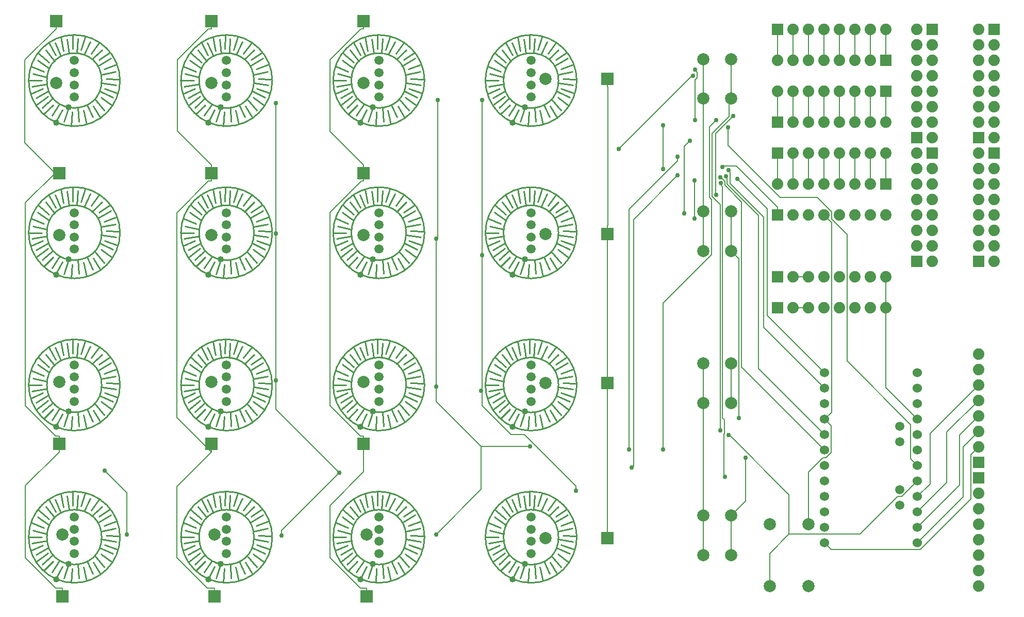
<source format=gbr>
G04 #@! TF.FileFunction,Copper,L1,Top,Signal*
%FSLAX46Y46*%
G04 Gerber Fmt 4.6, Leading zero omitted, Abs format (unit mm)*
G04 Created by KiCad (PCBNEW 4.0.4-stable) date 11/18/16 13:20:27*
%MOMM*%
%LPD*%
G01*
G04 APERTURE LIST*
%ADD10C,0.100000*%
%ADD11C,0.254000*%
%ADD12C,1.998980*%
%ADD13R,1.998980X1.998980*%
%ADD14R,1.879600X1.879600*%
%ADD15C,1.879600*%
%ADD16C,2.000000*%
%ADD17C,1.524000*%
%ADD18C,1.500000*%
%ADD19C,1.508000*%
%ADD20C,1.016000*%
%ADD21C,0.749400*%
%ADD22C,0.203200*%
G04 APERTURE END LIST*
D10*
D11*
X120760000Y-96090000D02*
X121520000Y-93720000D01*
X121990000Y-96770000D02*
X122130000Y-94480000D01*
X123250000Y-96060000D02*
X123100000Y-93760000D01*
X123970000Y-94190000D02*
X124480000Y-96470000D01*
X125520000Y-95310000D02*
X124580000Y-93310000D01*
X126780000Y-95420000D02*
X125630000Y-93470000D01*
X125840000Y-92350000D02*
X127420000Y-94220000D01*
X126870000Y-92060000D02*
X128720000Y-93400000D01*
X128810000Y-92040000D02*
X126750000Y-91050000D01*
X127450000Y-90590000D02*
X129630000Y-91350000D01*
X129340000Y-90010000D02*
X127010000Y-89660000D01*
X127710000Y-89010000D02*
X129940000Y-89080000D01*
X129260000Y-87860000D02*
X126910000Y-88320000D01*
X127380000Y-87450000D02*
X129430000Y-86670000D01*
X128480000Y-85670000D02*
X126340000Y-86920000D01*
X126560000Y-85930000D02*
X128340000Y-84730000D01*
X125400000Y-85840000D02*
X127020000Y-84290000D01*
X125280000Y-84860000D02*
X126580000Y-83110000D01*
X124070000Y-85070000D02*
X125120000Y-82940000D01*
X123620000Y-84250000D02*
X124300000Y-82130000D01*
X122930000Y-84790000D02*
X123090000Y-82430000D01*
X122230000Y-84130000D02*
X122260000Y-81840000D01*
X121640000Y-84830000D02*
X121320000Y-82490000D01*
X120680000Y-84410000D02*
X120260000Y-82170000D01*
X120320000Y-85270000D02*
X119350000Y-83100000D01*
X119450000Y-85160000D02*
X118360000Y-83130000D01*
X119230000Y-86110000D02*
X117800000Y-84290000D01*
X116580000Y-84770000D02*
X118360000Y-86330000D01*
X118400000Y-87300000D02*
X116490000Y-85960000D01*
X117480000Y-87800000D02*
X115460000Y-86960000D01*
X117990000Y-88740000D02*
X115710000Y-88200000D01*
X117130000Y-89300000D02*
X115010000Y-89300000D01*
X118020000Y-89880000D02*
X115550000Y-90290000D01*
X117320000Y-90620000D02*
X115350000Y-91480000D01*
X116220000Y-92150000D02*
X118200000Y-91040000D01*
X116260000Y-93340000D02*
X118140000Y-91890000D01*
X117260000Y-93740000D02*
X118980000Y-92180000D01*
X117490000Y-94820000D02*
X119000000Y-93300000D01*
X118840000Y-95070000D02*
X120070000Y-93210000D01*
X119470000Y-96140000D02*
X120500000Y-94080000D01*
X120760000Y-71090000D02*
X121520000Y-68720000D01*
X121990000Y-71770000D02*
X122130000Y-69480000D01*
X123250000Y-71060000D02*
X123100000Y-68760000D01*
X123970000Y-69190000D02*
X124480000Y-71470000D01*
X125520000Y-70310000D02*
X124580000Y-68310000D01*
X126780000Y-70420000D02*
X125630000Y-68470000D01*
X125840000Y-67350000D02*
X127420000Y-69220000D01*
X126870000Y-67060000D02*
X128720000Y-68400000D01*
X128810000Y-67040000D02*
X126750000Y-66050000D01*
X127450000Y-65590000D02*
X129630000Y-66350000D01*
X129340000Y-65010000D02*
X127010000Y-64660000D01*
X127710000Y-64010000D02*
X129940000Y-64080000D01*
X129260000Y-62860000D02*
X126910000Y-63320000D01*
X127380000Y-62450000D02*
X129430000Y-61670000D01*
X128480000Y-60670000D02*
X126340000Y-61920000D01*
X126560000Y-60930000D02*
X128340000Y-59730000D01*
X125400000Y-60840000D02*
X127020000Y-59290000D01*
X125280000Y-59860000D02*
X126580000Y-58110000D01*
X124070000Y-60070000D02*
X125120000Y-57940000D01*
X123620000Y-59250000D02*
X124300000Y-57130000D01*
X122930000Y-59790000D02*
X123090000Y-57430000D01*
X122230000Y-59130000D02*
X122260000Y-56840000D01*
X121640000Y-59830000D02*
X121320000Y-57490000D01*
X120680000Y-59410000D02*
X120260000Y-57170000D01*
X120320000Y-60270000D02*
X119350000Y-58100000D01*
X119450000Y-60160000D02*
X118360000Y-58130000D01*
X119230000Y-61110000D02*
X117800000Y-59290000D01*
X116580000Y-59770000D02*
X118360000Y-61330000D01*
X118400000Y-62300000D02*
X116490000Y-60960000D01*
X117480000Y-62800000D02*
X115460000Y-61960000D01*
X117990000Y-63740000D02*
X115710000Y-63200000D01*
X117130000Y-64300000D02*
X115010000Y-64300000D01*
X118020000Y-64880000D02*
X115550000Y-65290000D01*
X117320000Y-65620000D02*
X115350000Y-66480000D01*
X116220000Y-67150000D02*
X118200000Y-66040000D01*
X116260000Y-68340000D02*
X118140000Y-66890000D01*
X117260000Y-68740000D02*
X118980000Y-67180000D01*
X117490000Y-69820000D02*
X119000000Y-68300000D01*
X118840000Y-70070000D02*
X120070000Y-68210000D01*
X119470000Y-71140000D02*
X120500000Y-69080000D01*
X145760000Y-96090000D02*
X146520000Y-93720000D01*
X146990000Y-96770000D02*
X147130000Y-94480000D01*
X148250000Y-96060000D02*
X148100000Y-93760000D01*
X148970000Y-94190000D02*
X149480000Y-96470000D01*
X150520000Y-95310000D02*
X149580000Y-93310000D01*
X151780000Y-95420000D02*
X150630000Y-93470000D01*
X150840000Y-92350000D02*
X152420000Y-94220000D01*
X151870000Y-92060000D02*
X153720000Y-93400000D01*
X153810000Y-92040000D02*
X151750000Y-91050000D01*
X152450000Y-90590000D02*
X154630000Y-91350000D01*
X154340000Y-90010000D02*
X152010000Y-89660000D01*
X152710000Y-89010000D02*
X154940000Y-89080000D01*
X154260000Y-87860000D02*
X151910000Y-88320000D01*
X152380000Y-87450000D02*
X154430000Y-86670000D01*
X153480000Y-85670000D02*
X151340000Y-86920000D01*
X151560000Y-85930000D02*
X153340000Y-84730000D01*
X150400000Y-85840000D02*
X152020000Y-84290000D01*
X150280000Y-84860000D02*
X151580000Y-83110000D01*
X149070000Y-85070000D02*
X150120000Y-82940000D01*
X148620000Y-84250000D02*
X149300000Y-82130000D01*
X147930000Y-84790000D02*
X148090000Y-82430000D01*
X147230000Y-84130000D02*
X147260000Y-81840000D01*
X146640000Y-84830000D02*
X146320000Y-82490000D01*
X145680000Y-84410000D02*
X145260000Y-82170000D01*
X145320000Y-85270000D02*
X144350000Y-83100000D01*
X144450000Y-85160000D02*
X143360000Y-83130000D01*
X144230000Y-86110000D02*
X142800000Y-84290000D01*
X141580000Y-84770000D02*
X143360000Y-86330000D01*
X143400000Y-87300000D02*
X141490000Y-85960000D01*
X142480000Y-87800000D02*
X140460000Y-86960000D01*
X142990000Y-88740000D02*
X140710000Y-88200000D01*
X142130000Y-89300000D02*
X140010000Y-89300000D01*
X143020000Y-89880000D02*
X140550000Y-90290000D01*
X142320000Y-90620000D02*
X140350000Y-91480000D01*
X141220000Y-92150000D02*
X143200000Y-91040000D01*
X141260000Y-93340000D02*
X143140000Y-91890000D01*
X142260000Y-93740000D02*
X143980000Y-92180000D01*
X142490000Y-94820000D02*
X144000000Y-93300000D01*
X143840000Y-95070000D02*
X145070000Y-93210000D01*
X144470000Y-96140000D02*
X145500000Y-94080000D01*
X145760000Y-71090000D02*
X146520000Y-68720000D01*
X146990000Y-71770000D02*
X147130000Y-69480000D01*
X148250000Y-71060000D02*
X148100000Y-68760000D01*
X148970000Y-69190000D02*
X149480000Y-71470000D01*
X150520000Y-70310000D02*
X149580000Y-68310000D01*
X151780000Y-70420000D02*
X150630000Y-68470000D01*
X150840000Y-67350000D02*
X152420000Y-69220000D01*
X151870000Y-67060000D02*
X153720000Y-68400000D01*
X153810000Y-67040000D02*
X151750000Y-66050000D01*
X152450000Y-65590000D02*
X154630000Y-66350000D01*
X154340000Y-65010000D02*
X152010000Y-64660000D01*
X152710000Y-64010000D02*
X154940000Y-64080000D01*
X154260000Y-62860000D02*
X151910000Y-63320000D01*
X152380000Y-62450000D02*
X154430000Y-61670000D01*
X153480000Y-60670000D02*
X151340000Y-61920000D01*
X151560000Y-60930000D02*
X153340000Y-59730000D01*
X150400000Y-60840000D02*
X152020000Y-59290000D01*
X150280000Y-59860000D02*
X151580000Y-58110000D01*
X149070000Y-60070000D02*
X150120000Y-57940000D01*
X148620000Y-59250000D02*
X149300000Y-57130000D01*
X147930000Y-59790000D02*
X148090000Y-57430000D01*
X147230000Y-59130000D02*
X147260000Y-56840000D01*
X146640000Y-59830000D02*
X146320000Y-57490000D01*
X145680000Y-59410000D02*
X145260000Y-57170000D01*
X145320000Y-60270000D02*
X144350000Y-58100000D01*
X144450000Y-60160000D02*
X143360000Y-58130000D01*
X144230000Y-61110000D02*
X142800000Y-59290000D01*
X141580000Y-59770000D02*
X143360000Y-61330000D01*
X143400000Y-62300000D02*
X141490000Y-60960000D01*
X142480000Y-62800000D02*
X140460000Y-61960000D01*
X142990000Y-63740000D02*
X140710000Y-63200000D01*
X142130000Y-64300000D02*
X140010000Y-64300000D01*
X143020000Y-64880000D02*
X140550000Y-65290000D01*
X142320000Y-65620000D02*
X140350000Y-66480000D01*
X141220000Y-67150000D02*
X143200000Y-66040000D01*
X141260000Y-68340000D02*
X143140000Y-66890000D01*
X142260000Y-68740000D02*
X143980000Y-67180000D01*
X142490000Y-69820000D02*
X144000000Y-68300000D01*
X143840000Y-70070000D02*
X145070000Y-68210000D01*
X144470000Y-71140000D02*
X145500000Y-69080000D01*
X130000000Y-89300000D02*
G75*
G03X130000000Y-89300000I-7500000J0D01*
G01*
X126990000Y-89290000D02*
G75*
G03X126990000Y-89290000I-4500000J0D01*
G01*
X126990000Y-64290000D02*
G75*
G03X126990000Y-64290000I-4500000J0D01*
G01*
X129999800Y-64300000D02*
G75*
G03X129999800Y-64300000I-7499800J0D01*
G01*
X152000600Y-89300000D02*
G75*
G03X152000600Y-89300000I-4510600J0D01*
G01*
X154999800Y-89300000D02*
G75*
G03X154999800Y-89300000I-7499800J0D01*
G01*
X152000600Y-64300000D02*
G75*
G03X152000600Y-64300000I-4510600J0D01*
G01*
X154999800Y-64300000D02*
G75*
G03X154999800Y-64300000I-7499800J0D01*
G01*
X120760000Y-146090000D02*
X121520000Y-143720000D01*
X121990000Y-146770000D02*
X122130000Y-144480000D01*
X123250000Y-146060000D02*
X123100000Y-143760000D01*
X123970000Y-144190000D02*
X124480000Y-146470000D01*
X125520000Y-145310000D02*
X124580000Y-143310000D01*
X126780000Y-145420000D02*
X125630000Y-143470000D01*
X125840000Y-142350000D02*
X127420000Y-144220000D01*
X126870000Y-142060000D02*
X128720000Y-143400000D01*
X128810000Y-142040000D02*
X126750000Y-141050000D01*
X127450000Y-140590000D02*
X129630000Y-141350000D01*
X129340000Y-140010000D02*
X127010000Y-139660000D01*
X127710000Y-139010000D02*
X129940000Y-139080000D01*
X129260000Y-137860000D02*
X126910000Y-138320000D01*
X127380000Y-137450000D02*
X129430000Y-136670000D01*
X128480000Y-135670000D02*
X126340000Y-136920000D01*
X126560000Y-135930000D02*
X128340000Y-134730000D01*
X125400000Y-135840000D02*
X127020000Y-134290000D01*
X125280000Y-134860000D02*
X126580000Y-133110000D01*
X124070000Y-135070000D02*
X125120000Y-132940000D01*
X123620000Y-134250000D02*
X124300000Y-132130000D01*
X122930000Y-134790000D02*
X123090000Y-132430000D01*
X122230000Y-134130000D02*
X122260000Y-131840000D01*
X121640000Y-134830000D02*
X121320000Y-132490000D01*
X120680000Y-134410000D02*
X120260000Y-132170000D01*
X120320000Y-135270000D02*
X119350000Y-133100000D01*
X119450000Y-135160000D02*
X118360000Y-133130000D01*
X119230000Y-136110000D02*
X117800000Y-134290000D01*
X116580000Y-134770000D02*
X118360000Y-136330000D01*
X118400000Y-137300000D02*
X116490000Y-135960000D01*
X117480000Y-137800000D02*
X115460000Y-136960000D01*
X117990000Y-138740000D02*
X115710000Y-138200000D01*
X117130000Y-139300000D02*
X115010000Y-139300000D01*
X118020000Y-139880000D02*
X115550000Y-140290000D01*
X117320000Y-140620000D02*
X115350000Y-141480000D01*
X116220000Y-142150000D02*
X118200000Y-141040000D01*
X116260000Y-143340000D02*
X118140000Y-141890000D01*
X117260000Y-143740000D02*
X118980000Y-142180000D01*
X117490000Y-144820000D02*
X119000000Y-143300000D01*
X118840000Y-145070000D02*
X120070000Y-143210000D01*
X119470000Y-146140000D02*
X120500000Y-144080000D01*
X120760000Y-121090000D02*
X121520000Y-118720000D01*
X121990000Y-121770000D02*
X122130000Y-119480000D01*
X123250000Y-121060000D02*
X123100000Y-118760000D01*
X123970000Y-119190000D02*
X124480000Y-121470000D01*
X125520000Y-120310000D02*
X124580000Y-118310000D01*
X126780000Y-120420000D02*
X125630000Y-118470000D01*
X125840000Y-117350000D02*
X127420000Y-119220000D01*
X126870000Y-117060000D02*
X128720000Y-118400000D01*
X128810000Y-117040000D02*
X126750000Y-116050000D01*
X127450000Y-115590000D02*
X129630000Y-116350000D01*
X129340000Y-115010000D02*
X127010000Y-114660000D01*
X127710000Y-114010000D02*
X129940000Y-114080000D01*
X129260000Y-112860000D02*
X126910000Y-113320000D01*
X127380000Y-112450000D02*
X129430000Y-111670000D01*
X128480000Y-110670000D02*
X126340000Y-111920000D01*
X126560000Y-110930000D02*
X128340000Y-109730000D01*
X125400000Y-110840000D02*
X127020000Y-109290000D01*
X125280000Y-109860000D02*
X126580000Y-108110000D01*
X124070000Y-110070000D02*
X125120000Y-107940000D01*
X123620000Y-109250000D02*
X124300000Y-107130000D01*
X122930000Y-109790000D02*
X123090000Y-107430000D01*
X122230000Y-109130000D02*
X122260000Y-106840000D01*
X121640000Y-109830000D02*
X121320000Y-107490000D01*
X120680000Y-109410000D02*
X120260000Y-107170000D01*
X120320000Y-110270000D02*
X119350000Y-108100000D01*
X119450000Y-110160000D02*
X118360000Y-108130000D01*
X119230000Y-111110000D02*
X117800000Y-109290000D01*
X116580000Y-109770000D02*
X118360000Y-111330000D01*
X118400000Y-112300000D02*
X116490000Y-110960000D01*
X117480000Y-112800000D02*
X115460000Y-111960000D01*
X117990000Y-113740000D02*
X115710000Y-113200000D01*
X117130000Y-114300000D02*
X115010000Y-114300000D01*
X118020000Y-114880000D02*
X115550000Y-115290000D01*
X117320000Y-115620000D02*
X115350000Y-116480000D01*
X116220000Y-117150000D02*
X118200000Y-116040000D01*
X116260000Y-118340000D02*
X118140000Y-116890000D01*
X117260000Y-118740000D02*
X118980000Y-117180000D01*
X117490000Y-119820000D02*
X119000000Y-118300000D01*
X118840000Y-120070000D02*
X120070000Y-118210000D01*
X119470000Y-121140000D02*
X120500000Y-119080000D01*
X145760000Y-146090000D02*
X146520000Y-143720000D01*
X146990000Y-146770000D02*
X147130000Y-144480000D01*
X148250000Y-146060000D02*
X148100000Y-143760000D01*
X148970000Y-144190000D02*
X149480000Y-146470000D01*
X150520000Y-145310000D02*
X149580000Y-143310000D01*
X151780000Y-145420000D02*
X150630000Y-143470000D01*
X150840000Y-142350000D02*
X152420000Y-144220000D01*
X151870000Y-142060000D02*
X153720000Y-143400000D01*
X153810000Y-142040000D02*
X151750000Y-141050000D01*
X152450000Y-140590000D02*
X154630000Y-141350000D01*
X154340000Y-140010000D02*
X152010000Y-139660000D01*
X152710000Y-139010000D02*
X154940000Y-139080000D01*
X154260000Y-137860000D02*
X151910000Y-138320000D01*
X152380000Y-137450000D02*
X154430000Y-136670000D01*
X153480000Y-135670000D02*
X151340000Y-136920000D01*
X151560000Y-135930000D02*
X153340000Y-134730000D01*
X150400000Y-135840000D02*
X152020000Y-134290000D01*
X150280000Y-134860000D02*
X151580000Y-133110000D01*
X149070000Y-135070000D02*
X150120000Y-132940000D01*
X148620000Y-134250000D02*
X149300000Y-132130000D01*
X147930000Y-134790000D02*
X148090000Y-132430000D01*
X147230000Y-134130000D02*
X147260000Y-131840000D01*
X146640000Y-134830000D02*
X146320000Y-132490000D01*
X145680000Y-134410000D02*
X145260000Y-132170000D01*
X145320000Y-135270000D02*
X144350000Y-133100000D01*
X144450000Y-135160000D02*
X143360000Y-133130000D01*
X144230000Y-136110000D02*
X142800000Y-134290000D01*
X141580000Y-134770000D02*
X143360000Y-136330000D01*
X143400000Y-137300000D02*
X141490000Y-135960000D01*
X142480000Y-137800000D02*
X140460000Y-136960000D01*
X142990000Y-138740000D02*
X140710000Y-138200000D01*
X142130000Y-139300000D02*
X140010000Y-139300000D01*
X143020000Y-139880000D02*
X140550000Y-140290000D01*
X142320000Y-140620000D02*
X140350000Y-141480000D01*
X141220000Y-142150000D02*
X143200000Y-141040000D01*
X141260000Y-143340000D02*
X143140000Y-141890000D01*
X142260000Y-143740000D02*
X143980000Y-142180000D01*
X142490000Y-144820000D02*
X144000000Y-143300000D01*
X143840000Y-145070000D02*
X145070000Y-143210000D01*
X144470000Y-146140000D02*
X145500000Y-144080000D01*
X145760000Y-121090000D02*
X146520000Y-118720000D01*
X146990000Y-121770000D02*
X147130000Y-119480000D01*
X148250000Y-121060000D02*
X148100000Y-118760000D01*
X148970000Y-119190000D02*
X149480000Y-121470000D01*
X150520000Y-120310000D02*
X149580000Y-118310000D01*
X151780000Y-120420000D02*
X150630000Y-118470000D01*
X150840000Y-117350000D02*
X152420000Y-119220000D01*
X151870000Y-117060000D02*
X153720000Y-118400000D01*
X153810000Y-117040000D02*
X151750000Y-116050000D01*
X152450000Y-115590000D02*
X154630000Y-116350000D01*
X154340000Y-115010000D02*
X152010000Y-114660000D01*
X152710000Y-114010000D02*
X154940000Y-114080000D01*
X154260000Y-112860000D02*
X151910000Y-113320000D01*
X152380000Y-112450000D02*
X154430000Y-111670000D01*
X153480000Y-110670000D02*
X151340000Y-111920000D01*
X151560000Y-110930000D02*
X153340000Y-109730000D01*
X150400000Y-110840000D02*
X152020000Y-109290000D01*
X150280000Y-109860000D02*
X151580000Y-108110000D01*
X149070000Y-110070000D02*
X150120000Y-107940000D01*
X148620000Y-109250000D02*
X149300000Y-107130000D01*
X147930000Y-109790000D02*
X148090000Y-107430000D01*
X147230000Y-109130000D02*
X147260000Y-106840000D01*
X146640000Y-109830000D02*
X146320000Y-107490000D01*
X145680000Y-109410000D02*
X145260000Y-107170000D01*
X145320000Y-110270000D02*
X144350000Y-108100000D01*
X144450000Y-110160000D02*
X143360000Y-108130000D01*
X144230000Y-111110000D02*
X142800000Y-109290000D01*
X141580000Y-109770000D02*
X143360000Y-111330000D01*
X143400000Y-112300000D02*
X141490000Y-110960000D01*
X142480000Y-112800000D02*
X140460000Y-111960000D01*
X142990000Y-113740000D02*
X140710000Y-113200000D01*
X142130000Y-114300000D02*
X140010000Y-114300000D01*
X143020000Y-114880000D02*
X140550000Y-115290000D01*
X142320000Y-115620000D02*
X140350000Y-116480000D01*
X141220000Y-117150000D02*
X143200000Y-116040000D01*
X141260000Y-118340000D02*
X143140000Y-116890000D01*
X142260000Y-118740000D02*
X143980000Y-117180000D01*
X142490000Y-119820000D02*
X144000000Y-118300000D01*
X143840000Y-120070000D02*
X145070000Y-118210000D01*
X144470000Y-121140000D02*
X145500000Y-119080000D01*
X130000000Y-139300000D02*
G75*
G03X130000000Y-139300000I-7500000J0D01*
G01*
X126990000Y-139290000D02*
G75*
G03X126990000Y-139290000I-4500000J0D01*
G01*
X126990000Y-114290000D02*
G75*
G03X126990000Y-114290000I-4500000J0D01*
G01*
X129999800Y-114300000D02*
G75*
G03X129999800Y-114300000I-7499800J0D01*
G01*
X152000600Y-139300000D02*
G75*
G03X152000600Y-139300000I-4510600J0D01*
G01*
X154999800Y-139300000D02*
G75*
G03X154999800Y-139300000I-7499800J0D01*
G01*
X152000600Y-114300000D02*
G75*
G03X152000600Y-114300000I-4510600J0D01*
G01*
X154999800Y-114300000D02*
G75*
G03X154999800Y-114300000I-7499800J0D01*
G01*
X70760000Y-146090000D02*
X71520000Y-143720000D01*
X71990000Y-146770000D02*
X72130000Y-144480000D01*
X73250000Y-146060000D02*
X73100000Y-143760000D01*
X73970000Y-144190000D02*
X74480000Y-146470000D01*
X75520000Y-145310000D02*
X74580000Y-143310000D01*
X76780000Y-145420000D02*
X75630000Y-143470000D01*
X75840000Y-142350000D02*
X77420000Y-144220000D01*
X76870000Y-142060000D02*
X78720000Y-143400000D01*
X78810000Y-142040000D02*
X76750000Y-141050000D01*
X77450000Y-140590000D02*
X79630000Y-141350000D01*
X79340000Y-140010000D02*
X77010000Y-139660000D01*
X77710000Y-139010000D02*
X79940000Y-139080000D01*
X79260000Y-137860000D02*
X76910000Y-138320000D01*
X77380000Y-137450000D02*
X79430000Y-136670000D01*
X78480000Y-135670000D02*
X76340000Y-136920000D01*
X76560000Y-135930000D02*
X78340000Y-134730000D01*
X75400000Y-135840000D02*
X77020000Y-134290000D01*
X75280000Y-134860000D02*
X76580000Y-133110000D01*
X74070000Y-135070000D02*
X75120000Y-132940000D01*
X73620000Y-134250000D02*
X74300000Y-132130000D01*
X72930000Y-134790000D02*
X73090000Y-132430000D01*
X72230000Y-134130000D02*
X72260000Y-131840000D01*
X71640000Y-134830000D02*
X71320000Y-132490000D01*
X70680000Y-134410000D02*
X70260000Y-132170000D01*
X70320000Y-135270000D02*
X69350000Y-133100000D01*
X69450000Y-135160000D02*
X68360000Y-133130000D01*
X69230000Y-136110000D02*
X67800000Y-134290000D01*
X66580000Y-134770000D02*
X68360000Y-136330000D01*
X68400000Y-137300000D02*
X66490000Y-135960000D01*
X67480000Y-137800000D02*
X65460000Y-136960000D01*
X67990000Y-138740000D02*
X65710000Y-138200000D01*
X67130000Y-139300000D02*
X65010000Y-139300000D01*
X68020000Y-139880000D02*
X65550000Y-140290000D01*
X67320000Y-140620000D02*
X65350000Y-141480000D01*
X66220000Y-142150000D02*
X68200000Y-141040000D01*
X66260000Y-143340000D02*
X68140000Y-141890000D01*
X67260000Y-143740000D02*
X68980000Y-142180000D01*
X67490000Y-144820000D02*
X69000000Y-143300000D01*
X68840000Y-145070000D02*
X70070000Y-143210000D01*
X69470000Y-146140000D02*
X70500000Y-144080000D01*
X70760000Y-121090000D02*
X71520000Y-118720000D01*
X71990000Y-121770000D02*
X72130000Y-119480000D01*
X73250000Y-121060000D02*
X73100000Y-118760000D01*
X73970000Y-119190000D02*
X74480000Y-121470000D01*
X75520000Y-120310000D02*
X74580000Y-118310000D01*
X76780000Y-120420000D02*
X75630000Y-118470000D01*
X75840000Y-117350000D02*
X77420000Y-119220000D01*
X76870000Y-117060000D02*
X78720000Y-118400000D01*
X78810000Y-117040000D02*
X76750000Y-116050000D01*
X77450000Y-115590000D02*
X79630000Y-116350000D01*
X79340000Y-115010000D02*
X77010000Y-114660000D01*
X77710000Y-114010000D02*
X79940000Y-114080000D01*
X79260000Y-112860000D02*
X76910000Y-113320000D01*
X77380000Y-112450000D02*
X79430000Y-111670000D01*
X78480000Y-110670000D02*
X76340000Y-111920000D01*
X76560000Y-110930000D02*
X78340000Y-109730000D01*
X75400000Y-110840000D02*
X77020000Y-109290000D01*
X75280000Y-109860000D02*
X76580000Y-108110000D01*
X74070000Y-110070000D02*
X75120000Y-107940000D01*
X73620000Y-109250000D02*
X74300000Y-107130000D01*
X72930000Y-109790000D02*
X73090000Y-107430000D01*
X72230000Y-109130000D02*
X72260000Y-106840000D01*
X71640000Y-109830000D02*
X71320000Y-107490000D01*
X70680000Y-109410000D02*
X70260000Y-107170000D01*
X70320000Y-110270000D02*
X69350000Y-108100000D01*
X69450000Y-110160000D02*
X68360000Y-108130000D01*
X69230000Y-111110000D02*
X67800000Y-109290000D01*
X66580000Y-109770000D02*
X68360000Y-111330000D01*
X68400000Y-112300000D02*
X66490000Y-110960000D01*
X67480000Y-112800000D02*
X65460000Y-111960000D01*
X67990000Y-113740000D02*
X65710000Y-113200000D01*
X67130000Y-114300000D02*
X65010000Y-114300000D01*
X68020000Y-114880000D02*
X65550000Y-115290000D01*
X67320000Y-115620000D02*
X65350000Y-116480000D01*
X66220000Y-117150000D02*
X68200000Y-116040000D01*
X66260000Y-118340000D02*
X68140000Y-116890000D01*
X67260000Y-118740000D02*
X68980000Y-117180000D01*
X67490000Y-119820000D02*
X69000000Y-118300000D01*
X68840000Y-120070000D02*
X70070000Y-118210000D01*
X69470000Y-121140000D02*
X70500000Y-119080000D01*
X95760000Y-146090000D02*
X96520000Y-143720000D01*
X96990000Y-146770000D02*
X97130000Y-144480000D01*
X98250000Y-146060000D02*
X98100000Y-143760000D01*
X98970000Y-144190000D02*
X99480000Y-146470000D01*
X100520000Y-145310000D02*
X99580000Y-143310000D01*
X101780000Y-145420000D02*
X100630000Y-143470000D01*
X100840000Y-142350000D02*
X102420000Y-144220000D01*
X101870000Y-142060000D02*
X103720000Y-143400000D01*
X103810000Y-142040000D02*
X101750000Y-141050000D01*
X102450000Y-140590000D02*
X104630000Y-141350000D01*
X104340000Y-140010000D02*
X102010000Y-139660000D01*
X102710000Y-139010000D02*
X104940000Y-139080000D01*
X104260000Y-137860000D02*
X101910000Y-138320000D01*
X102380000Y-137450000D02*
X104430000Y-136670000D01*
X103480000Y-135670000D02*
X101340000Y-136920000D01*
X101560000Y-135930000D02*
X103340000Y-134730000D01*
X100400000Y-135840000D02*
X102020000Y-134290000D01*
X100280000Y-134860000D02*
X101580000Y-133110000D01*
X99070000Y-135070000D02*
X100120000Y-132940000D01*
X98620000Y-134250000D02*
X99300000Y-132130000D01*
X97930000Y-134790000D02*
X98090000Y-132430000D01*
X97230000Y-134130000D02*
X97260000Y-131840000D01*
X96640000Y-134830000D02*
X96320000Y-132490000D01*
X95680000Y-134410000D02*
X95260000Y-132170000D01*
X95320000Y-135270000D02*
X94350000Y-133100000D01*
X94450000Y-135160000D02*
X93360000Y-133130000D01*
X94230000Y-136110000D02*
X92800000Y-134290000D01*
X91580000Y-134770000D02*
X93360000Y-136330000D01*
X93400000Y-137300000D02*
X91490000Y-135960000D01*
X92480000Y-137800000D02*
X90460000Y-136960000D01*
X92990000Y-138740000D02*
X90710000Y-138200000D01*
X92130000Y-139300000D02*
X90010000Y-139300000D01*
X93020000Y-139880000D02*
X90550000Y-140290000D01*
X92320000Y-140620000D02*
X90350000Y-141480000D01*
X91220000Y-142150000D02*
X93200000Y-141040000D01*
X91260000Y-143340000D02*
X93140000Y-141890000D01*
X92260000Y-143740000D02*
X93980000Y-142180000D01*
X92490000Y-144820000D02*
X94000000Y-143300000D01*
X93840000Y-145070000D02*
X95070000Y-143210000D01*
X94470000Y-146140000D02*
X95500000Y-144080000D01*
X95760000Y-121090000D02*
X96520000Y-118720000D01*
X96990000Y-121770000D02*
X97130000Y-119480000D01*
X98250000Y-121060000D02*
X98100000Y-118760000D01*
X98970000Y-119190000D02*
X99480000Y-121470000D01*
X100520000Y-120310000D02*
X99580000Y-118310000D01*
X101780000Y-120420000D02*
X100630000Y-118470000D01*
X100840000Y-117350000D02*
X102420000Y-119220000D01*
X101870000Y-117060000D02*
X103720000Y-118400000D01*
X103810000Y-117040000D02*
X101750000Y-116050000D01*
X102450000Y-115590000D02*
X104630000Y-116350000D01*
X104340000Y-115010000D02*
X102010000Y-114660000D01*
X102710000Y-114010000D02*
X104940000Y-114080000D01*
X104260000Y-112860000D02*
X101910000Y-113320000D01*
X102380000Y-112450000D02*
X104430000Y-111670000D01*
X103480000Y-110670000D02*
X101340000Y-111920000D01*
X101560000Y-110930000D02*
X103340000Y-109730000D01*
X100400000Y-110840000D02*
X102020000Y-109290000D01*
X100280000Y-109860000D02*
X101580000Y-108110000D01*
X99070000Y-110070000D02*
X100120000Y-107940000D01*
X98620000Y-109250000D02*
X99300000Y-107130000D01*
X97930000Y-109790000D02*
X98090000Y-107430000D01*
X97230000Y-109130000D02*
X97260000Y-106840000D01*
X96640000Y-109830000D02*
X96320000Y-107490000D01*
X95680000Y-109410000D02*
X95260000Y-107170000D01*
X95320000Y-110270000D02*
X94350000Y-108100000D01*
X94450000Y-110160000D02*
X93360000Y-108130000D01*
X94230000Y-111110000D02*
X92800000Y-109290000D01*
X91580000Y-109770000D02*
X93360000Y-111330000D01*
X93400000Y-112300000D02*
X91490000Y-110960000D01*
X92480000Y-112800000D02*
X90460000Y-111960000D01*
X92990000Y-113740000D02*
X90710000Y-113200000D01*
X92130000Y-114300000D02*
X90010000Y-114300000D01*
X93020000Y-114880000D02*
X90550000Y-115290000D01*
X92320000Y-115620000D02*
X90350000Y-116480000D01*
X91220000Y-117150000D02*
X93200000Y-116040000D01*
X91260000Y-118340000D02*
X93140000Y-116890000D01*
X92260000Y-118740000D02*
X93980000Y-117180000D01*
X92490000Y-119820000D02*
X94000000Y-118300000D01*
X93840000Y-120070000D02*
X95070000Y-118210000D01*
X94470000Y-121140000D02*
X95500000Y-119080000D01*
X80000000Y-139300000D02*
G75*
G03X80000000Y-139300000I-7500000J0D01*
G01*
X76990000Y-139290000D02*
G75*
G03X76990000Y-139290000I-4500000J0D01*
G01*
X76990000Y-114290000D02*
G75*
G03X76990000Y-114290000I-4500000J0D01*
G01*
X79999800Y-114300000D02*
G75*
G03X79999800Y-114300000I-7499800J0D01*
G01*
X102000600Y-139300000D02*
G75*
G03X102000600Y-139300000I-4510600J0D01*
G01*
X104999800Y-139300000D02*
G75*
G03X104999800Y-139300000I-7499800J0D01*
G01*
X102000600Y-114300000D02*
G75*
G03X102000600Y-114300000I-4510600J0D01*
G01*
X104999800Y-114300000D02*
G75*
G03X104999800Y-114300000I-7499800J0D01*
G01*
X70760000Y-96090000D02*
X71520000Y-93720000D01*
X71990000Y-96770000D02*
X72130000Y-94480000D01*
X73250000Y-96060000D02*
X73100000Y-93760000D01*
X73970000Y-94190000D02*
X74480000Y-96470000D01*
X75520000Y-95310000D02*
X74580000Y-93310000D01*
X76780000Y-95420000D02*
X75630000Y-93470000D01*
X75840000Y-92350000D02*
X77420000Y-94220000D01*
X76870000Y-92060000D02*
X78720000Y-93400000D01*
X78810000Y-92040000D02*
X76750000Y-91050000D01*
X77450000Y-90590000D02*
X79630000Y-91350000D01*
X79340000Y-90010000D02*
X77010000Y-89660000D01*
X77710000Y-89010000D02*
X79940000Y-89080000D01*
X79260000Y-87860000D02*
X76910000Y-88320000D01*
X77380000Y-87450000D02*
X79430000Y-86670000D01*
X78480000Y-85670000D02*
X76340000Y-86920000D01*
X76560000Y-85930000D02*
X78340000Y-84730000D01*
X75400000Y-85840000D02*
X77020000Y-84290000D01*
X75280000Y-84860000D02*
X76580000Y-83110000D01*
X74070000Y-85070000D02*
X75120000Y-82940000D01*
X73620000Y-84250000D02*
X74300000Y-82130000D01*
X72930000Y-84790000D02*
X73090000Y-82430000D01*
X72230000Y-84130000D02*
X72260000Y-81840000D01*
X71640000Y-84830000D02*
X71320000Y-82490000D01*
X70680000Y-84410000D02*
X70260000Y-82170000D01*
X70320000Y-85270000D02*
X69350000Y-83100000D01*
X69450000Y-85160000D02*
X68360000Y-83130000D01*
X69230000Y-86110000D02*
X67800000Y-84290000D01*
X66580000Y-84770000D02*
X68360000Y-86330000D01*
X68400000Y-87300000D02*
X66490000Y-85960000D01*
X67480000Y-87800000D02*
X65460000Y-86960000D01*
X67990000Y-88740000D02*
X65710000Y-88200000D01*
X67130000Y-89300000D02*
X65010000Y-89300000D01*
X68020000Y-89880000D02*
X65550000Y-90290000D01*
X67320000Y-90620000D02*
X65350000Y-91480000D01*
X66220000Y-92150000D02*
X68200000Y-91040000D01*
X66260000Y-93340000D02*
X68140000Y-91890000D01*
X67260000Y-93740000D02*
X68980000Y-92180000D01*
X67490000Y-94820000D02*
X69000000Y-93300000D01*
X68840000Y-95070000D02*
X70070000Y-93210000D01*
X69470000Y-96140000D02*
X70500000Y-94080000D01*
X70760000Y-71090000D02*
X71520000Y-68720000D01*
X71990000Y-71770000D02*
X72130000Y-69480000D01*
X73250000Y-71060000D02*
X73100000Y-68760000D01*
X73970000Y-69190000D02*
X74480000Y-71470000D01*
X75520000Y-70310000D02*
X74580000Y-68310000D01*
X76780000Y-70420000D02*
X75630000Y-68470000D01*
X75840000Y-67350000D02*
X77420000Y-69220000D01*
X76870000Y-67060000D02*
X78720000Y-68400000D01*
X78810000Y-67040000D02*
X76750000Y-66050000D01*
X77450000Y-65590000D02*
X79630000Y-66350000D01*
X79340000Y-65010000D02*
X77010000Y-64660000D01*
X77710000Y-64010000D02*
X79940000Y-64080000D01*
X79260000Y-62860000D02*
X76910000Y-63320000D01*
X77380000Y-62450000D02*
X79430000Y-61670000D01*
X78480000Y-60670000D02*
X76340000Y-61920000D01*
X76560000Y-60930000D02*
X78340000Y-59730000D01*
X75400000Y-60840000D02*
X77020000Y-59290000D01*
X75280000Y-59860000D02*
X76580000Y-58110000D01*
X74070000Y-60070000D02*
X75120000Y-57940000D01*
X73620000Y-59250000D02*
X74300000Y-57130000D01*
X72930000Y-59790000D02*
X73090000Y-57430000D01*
X72230000Y-59130000D02*
X72260000Y-56840000D01*
X71640000Y-59830000D02*
X71320000Y-57490000D01*
X70680000Y-59410000D02*
X70260000Y-57170000D01*
X70320000Y-60270000D02*
X69350000Y-58100000D01*
X69450000Y-60160000D02*
X68360000Y-58130000D01*
X69230000Y-61110000D02*
X67800000Y-59290000D01*
X66580000Y-59770000D02*
X68360000Y-61330000D01*
X68400000Y-62300000D02*
X66490000Y-60960000D01*
X67480000Y-62800000D02*
X65460000Y-61960000D01*
X67990000Y-63740000D02*
X65710000Y-63200000D01*
X67130000Y-64300000D02*
X65010000Y-64300000D01*
X68020000Y-64880000D02*
X65550000Y-65290000D01*
X67320000Y-65620000D02*
X65350000Y-66480000D01*
X66220000Y-67150000D02*
X68200000Y-66040000D01*
X66260000Y-68340000D02*
X68140000Y-66890000D01*
X67260000Y-68740000D02*
X68980000Y-67180000D01*
X67490000Y-69820000D02*
X69000000Y-68300000D01*
X68840000Y-70070000D02*
X70070000Y-68210000D01*
X69470000Y-71140000D02*
X70500000Y-69080000D01*
X95760000Y-96090000D02*
X96520000Y-93720000D01*
X96990000Y-96770000D02*
X97130000Y-94480000D01*
X98250000Y-96060000D02*
X98100000Y-93760000D01*
X98970000Y-94190000D02*
X99480000Y-96470000D01*
X100520000Y-95310000D02*
X99580000Y-93310000D01*
X101780000Y-95420000D02*
X100630000Y-93470000D01*
X100840000Y-92350000D02*
X102420000Y-94220000D01*
X101870000Y-92060000D02*
X103720000Y-93400000D01*
X103810000Y-92040000D02*
X101750000Y-91050000D01*
X102450000Y-90590000D02*
X104630000Y-91350000D01*
X104340000Y-90010000D02*
X102010000Y-89660000D01*
X102710000Y-89010000D02*
X104940000Y-89080000D01*
X104260000Y-87860000D02*
X101910000Y-88320000D01*
X102380000Y-87450000D02*
X104430000Y-86670000D01*
X103480000Y-85670000D02*
X101340000Y-86920000D01*
X101560000Y-85930000D02*
X103340000Y-84730000D01*
X100400000Y-85840000D02*
X102020000Y-84290000D01*
X100280000Y-84860000D02*
X101580000Y-83110000D01*
X99070000Y-85070000D02*
X100120000Y-82940000D01*
X98620000Y-84250000D02*
X99300000Y-82130000D01*
X97930000Y-84790000D02*
X98090000Y-82430000D01*
X97230000Y-84130000D02*
X97260000Y-81840000D01*
X96640000Y-84830000D02*
X96320000Y-82490000D01*
X95680000Y-84410000D02*
X95260000Y-82170000D01*
X95320000Y-85270000D02*
X94350000Y-83100000D01*
X94450000Y-85160000D02*
X93360000Y-83130000D01*
X94230000Y-86110000D02*
X92800000Y-84290000D01*
X91580000Y-84770000D02*
X93360000Y-86330000D01*
X93400000Y-87300000D02*
X91490000Y-85960000D01*
X92480000Y-87800000D02*
X90460000Y-86960000D01*
X92990000Y-88740000D02*
X90710000Y-88200000D01*
X92130000Y-89300000D02*
X90010000Y-89300000D01*
X93020000Y-89880000D02*
X90550000Y-90290000D01*
X92320000Y-90620000D02*
X90350000Y-91480000D01*
X91220000Y-92150000D02*
X93200000Y-91040000D01*
X91260000Y-93340000D02*
X93140000Y-91890000D01*
X92260000Y-93740000D02*
X93980000Y-92180000D01*
X92490000Y-94820000D02*
X94000000Y-93300000D01*
X93840000Y-95070000D02*
X95070000Y-93210000D01*
X94470000Y-96140000D02*
X95500000Y-94080000D01*
X95760000Y-71090000D02*
X96520000Y-68720000D01*
X96990000Y-71770000D02*
X97130000Y-69480000D01*
X98250000Y-71060000D02*
X98100000Y-68760000D01*
X98970000Y-69190000D02*
X99480000Y-71470000D01*
X100520000Y-70310000D02*
X99580000Y-68310000D01*
X101780000Y-70420000D02*
X100630000Y-68470000D01*
X100840000Y-67350000D02*
X102420000Y-69220000D01*
X101870000Y-67060000D02*
X103720000Y-68400000D01*
X103810000Y-67040000D02*
X101750000Y-66050000D01*
X102450000Y-65590000D02*
X104630000Y-66350000D01*
X104340000Y-65010000D02*
X102010000Y-64660000D01*
X102710000Y-64010000D02*
X104940000Y-64080000D01*
X104260000Y-62860000D02*
X101910000Y-63320000D01*
X102380000Y-62450000D02*
X104430000Y-61670000D01*
X103480000Y-60670000D02*
X101340000Y-61920000D01*
X101560000Y-60930000D02*
X103340000Y-59730000D01*
X100400000Y-60840000D02*
X102020000Y-59290000D01*
X100280000Y-59860000D02*
X101580000Y-58110000D01*
X99070000Y-60070000D02*
X100120000Y-57940000D01*
X98620000Y-59250000D02*
X99300000Y-57130000D01*
X97930000Y-59790000D02*
X98090000Y-57430000D01*
X97230000Y-59130000D02*
X97260000Y-56840000D01*
X96640000Y-59830000D02*
X96320000Y-57490000D01*
X95680000Y-59410000D02*
X95260000Y-57170000D01*
X95320000Y-60270000D02*
X94350000Y-58100000D01*
X94450000Y-60160000D02*
X93360000Y-58130000D01*
X94230000Y-61110000D02*
X92800000Y-59290000D01*
X91580000Y-59770000D02*
X93360000Y-61330000D01*
X93400000Y-62300000D02*
X91490000Y-60960000D01*
X92480000Y-62800000D02*
X90460000Y-61960000D01*
X92990000Y-63740000D02*
X90710000Y-63200000D01*
X92130000Y-64300000D02*
X90010000Y-64300000D01*
X93020000Y-64880000D02*
X90550000Y-65290000D01*
X92320000Y-65620000D02*
X90350000Y-66480000D01*
X91220000Y-67150000D02*
X93200000Y-66040000D01*
X91260000Y-68340000D02*
X93140000Y-66890000D01*
X92260000Y-68740000D02*
X93980000Y-67180000D01*
X92490000Y-69820000D02*
X94000000Y-68300000D01*
X93840000Y-70070000D02*
X95070000Y-68210000D01*
X94470000Y-71140000D02*
X95500000Y-69080000D01*
X80000000Y-89300000D02*
G75*
G03X80000000Y-89300000I-7500000J0D01*
G01*
X76990000Y-89290000D02*
G75*
G03X76990000Y-89290000I-4500000J0D01*
G01*
X76990000Y-64290000D02*
G75*
G03X76990000Y-64290000I-4500000J0D01*
G01*
X79999800Y-64300000D02*
G75*
G03X79999800Y-64300000I-7499800J0D01*
G01*
X102000600Y-89300000D02*
G75*
G03X102000600Y-89300000I-4510600J0D01*
G01*
X104999800Y-89300000D02*
G75*
G03X104999800Y-89300000I-7499800J0D01*
G01*
X102000600Y-64300000D02*
G75*
G03X102000600Y-64300000I-4510600J0D01*
G01*
X104999800Y-64300000D02*
G75*
G03X104999800Y-64300000I-7499800J0D01*
G01*
D12*
X70502540Y-138840000D03*
D13*
X70502540Y-149000000D03*
D12*
X70005040Y-113840000D03*
D13*
X70005040Y-124000000D03*
D12*
X69999960Y-89660000D03*
D13*
X69999960Y-79500000D03*
D12*
X69499960Y-64660000D03*
D13*
X69499960Y-54500000D03*
D12*
X95500040Y-138840000D03*
D13*
X95500040Y-149000000D03*
D12*
X95002540Y-113840000D03*
D13*
X95002540Y-124000000D03*
D12*
X94994960Y-89660000D03*
D13*
X94994960Y-79500000D03*
D12*
X94999960Y-64660000D03*
D13*
X94999960Y-54500000D03*
D12*
X120502540Y-138840000D03*
D13*
X120502540Y-149000000D03*
D12*
X120002540Y-113840000D03*
D13*
X120002540Y-124000000D03*
D12*
X119997460Y-89660000D03*
D13*
X119997460Y-79500000D03*
D12*
X120000460Y-64660000D03*
D13*
X120000460Y-54500000D03*
D12*
X149840000Y-139497460D03*
D13*
X160000000Y-139497460D03*
D12*
X149840000Y-114000460D03*
D13*
X160000000Y-114000460D03*
D12*
X149840000Y-89497460D03*
D13*
X160000000Y-89497460D03*
D12*
X149840000Y-63997460D03*
D13*
X160000000Y-63997460D03*
D14*
X213360000Y-55880000D03*
D15*
X213360000Y-58420000D03*
X213360000Y-60960000D03*
X213360000Y-63500000D03*
X213360000Y-66040000D03*
X213360000Y-68580000D03*
X213360000Y-71120000D03*
X213360000Y-73660000D03*
D14*
X210820000Y-73660000D03*
D15*
X210820000Y-71120000D03*
X210820000Y-68580000D03*
X210820000Y-66040000D03*
X210820000Y-63500000D03*
X210820000Y-60960000D03*
X210820000Y-58420000D03*
X210820000Y-55880000D03*
D16*
X180320000Y-142270000D03*
X175820000Y-142270000D03*
X180320000Y-135770000D03*
X175820000Y-135770000D03*
X180320000Y-117270000D03*
X175820000Y-117270000D03*
X180320000Y-110770000D03*
X175820000Y-110770000D03*
X180320000Y-92270000D03*
X175820000Y-92270000D03*
X180320000Y-85770000D03*
X175820000Y-85770000D03*
X180320000Y-67270000D03*
X175820000Y-67270000D03*
X180320000Y-60770000D03*
X175820000Y-60770000D03*
D17*
X195681000Y-112283000D03*
X195681000Y-114823000D03*
X195681000Y-117363000D03*
X195681000Y-119903000D03*
X195681000Y-122443000D03*
X195681000Y-124983000D03*
X195681000Y-127523000D03*
X195681000Y-130063000D03*
X195681000Y-132603000D03*
X195681000Y-135143000D03*
X195681000Y-137683000D03*
X195681000Y-140223000D03*
X210921000Y-112283000D03*
X210921000Y-114823000D03*
X210921000Y-117363000D03*
X210921000Y-119903000D03*
X210921000Y-122443000D03*
X210921000Y-124983000D03*
X210921000Y-127523000D03*
X210921000Y-130063000D03*
X210921000Y-132603000D03*
X210921000Y-135143000D03*
X210921000Y-137683000D03*
X210921000Y-140223000D03*
D18*
X208000000Y-121046000D03*
X208000000Y-123586000D03*
X208000000Y-131460000D03*
X208000000Y-134000000D03*
D14*
X187960000Y-96520000D03*
D15*
X190500000Y-96520000D03*
X193040000Y-96520000D03*
X195580000Y-96520000D03*
X198120000Y-96520000D03*
X200660000Y-96520000D03*
X203200000Y-96520000D03*
X205740000Y-96520000D03*
D14*
X213360000Y-76200000D03*
D15*
X213360000Y-78740000D03*
X213360000Y-81280000D03*
X213360000Y-83820000D03*
X213360000Y-86360000D03*
X213360000Y-88900000D03*
X213360000Y-91440000D03*
X213360000Y-93980000D03*
D14*
X210820000Y-93980000D03*
D15*
X210820000Y-91440000D03*
X210820000Y-88900000D03*
X210820000Y-86360000D03*
X210820000Y-83820000D03*
X210820000Y-81280000D03*
X210820000Y-78740000D03*
X210820000Y-76200000D03*
D14*
X187960000Y-76200000D03*
D15*
X190500000Y-76200000D03*
X193040000Y-76200000D03*
X195580000Y-76200000D03*
X198120000Y-76200000D03*
X200660000Y-76200000D03*
X203200000Y-76200000D03*
X205740000Y-76200000D03*
D14*
X205740000Y-81280000D03*
D15*
X203200000Y-81280000D03*
X200660000Y-81280000D03*
X198120000Y-81280000D03*
X195580000Y-81280000D03*
X193040000Y-81280000D03*
X190500000Y-81280000D03*
X187960000Y-81280000D03*
D14*
X220980000Y-93980000D03*
D15*
X220980000Y-91440000D03*
X220980000Y-88900000D03*
X220980000Y-86360000D03*
X220980000Y-83820000D03*
X220980000Y-81280000D03*
X220980000Y-78740000D03*
X220980000Y-76200000D03*
D14*
X223520000Y-76200000D03*
D15*
X223520000Y-78740000D03*
X223520000Y-81280000D03*
X223520000Y-83820000D03*
X223520000Y-86360000D03*
X223520000Y-88900000D03*
X223520000Y-91440000D03*
X223520000Y-93980000D03*
D14*
X205740000Y-60960000D03*
D15*
X203200000Y-60960000D03*
X200660000Y-60960000D03*
X198120000Y-60960000D03*
X195580000Y-60960000D03*
X193040000Y-60960000D03*
X190500000Y-60960000D03*
X187960000Y-60960000D03*
D14*
X187960000Y-55880000D03*
D15*
X190500000Y-55880000D03*
X193040000Y-55880000D03*
X195580000Y-55880000D03*
X198120000Y-55880000D03*
X200660000Y-55880000D03*
X203200000Y-55880000D03*
X205740000Y-55880000D03*
D14*
X223520000Y-55880000D03*
D15*
X223520000Y-58420000D03*
X223520000Y-60960000D03*
X223520000Y-63500000D03*
X223520000Y-66040000D03*
X223520000Y-68580000D03*
X223520000Y-71120000D03*
X223520000Y-73660000D03*
D14*
X220980000Y-73660000D03*
D15*
X220980000Y-71120000D03*
X220980000Y-68580000D03*
X220980000Y-66040000D03*
X220980000Y-63500000D03*
X220980000Y-60960000D03*
X220980000Y-58420000D03*
X220980000Y-55880000D03*
D14*
X205740000Y-66040000D03*
D15*
X203200000Y-66040000D03*
X200660000Y-66040000D03*
X198120000Y-66040000D03*
X195580000Y-66040000D03*
X193040000Y-66040000D03*
X190500000Y-66040000D03*
X187960000Y-66040000D03*
D14*
X187960000Y-71120000D03*
D15*
X190500000Y-71120000D03*
X193040000Y-71120000D03*
X195580000Y-71120000D03*
X198120000Y-71120000D03*
X200660000Y-71120000D03*
X203200000Y-71120000D03*
X205740000Y-71120000D03*
D14*
X187960000Y-101600000D03*
D15*
X190500000Y-101600000D03*
X193040000Y-101600000D03*
X195580000Y-101600000D03*
X198120000Y-101600000D03*
X200660000Y-101600000D03*
X203200000Y-101600000D03*
X205740000Y-101600000D03*
D14*
X187960000Y-86360000D03*
D15*
X190500000Y-86360000D03*
X193040000Y-86360000D03*
X195580000Y-86360000D03*
X198120000Y-86360000D03*
X200660000Y-86360000D03*
X203200000Y-86360000D03*
X205740000Y-86360000D03*
D14*
X220980000Y-127000000D03*
D15*
X220980000Y-124460000D03*
X220980000Y-121920000D03*
X220980000Y-119380000D03*
X220980000Y-116840000D03*
X220980000Y-114300000D03*
X220980000Y-111760000D03*
X220980000Y-109220000D03*
D14*
X220980000Y-129540000D03*
D15*
X220980000Y-132080000D03*
X220980000Y-134620000D03*
X220980000Y-137160000D03*
X220980000Y-139700000D03*
X220980000Y-142240000D03*
X220980000Y-144780000D03*
X220980000Y-147320000D03*
D12*
X193040000Y-147320000D03*
X193040000Y-137160000D03*
X186690000Y-137160000D03*
X186690000Y-147320000D03*
D19*
X122500000Y-90000000D03*
X122500000Y-88000000D03*
X122500000Y-86000000D03*
X122500000Y-92000000D03*
X122500000Y-65000000D03*
X122500000Y-63000000D03*
X122500000Y-61000000D03*
X122500000Y-67000000D03*
X147500000Y-90000000D03*
X147500000Y-88000000D03*
X147500000Y-86000000D03*
X147500000Y-92000000D03*
D20*
X146519000Y-93672000D03*
X144487000Y-96212000D03*
D19*
X147500000Y-65000000D03*
X147500000Y-63000000D03*
X147500000Y-61000000D03*
X147500000Y-67000000D03*
D20*
X146519000Y-68672000D03*
X144487000Y-71212000D03*
X121519000Y-93672000D03*
X119487000Y-96212000D03*
X121519000Y-68672000D03*
X119487000Y-71212000D03*
D19*
X122500000Y-140000000D03*
X122500000Y-138000000D03*
X122500000Y-136000000D03*
X122500000Y-142000000D03*
X122500000Y-115000000D03*
X122500000Y-113000000D03*
X122500000Y-111000000D03*
X122500000Y-117000000D03*
X147500000Y-140000000D03*
X147500000Y-138000000D03*
X147500000Y-136000000D03*
X147500000Y-142000000D03*
D20*
X146519000Y-143672000D03*
X144487000Y-146212000D03*
D19*
X147500000Y-115000000D03*
X147500000Y-113000000D03*
X147500000Y-111000000D03*
X147500000Y-117000000D03*
D20*
X146519000Y-118672000D03*
X144487000Y-121212000D03*
X121519000Y-143672000D03*
X119487000Y-146212000D03*
X121519000Y-118672000D03*
X119487000Y-121212000D03*
D19*
X72500000Y-140000000D03*
X72500000Y-138000000D03*
X72500000Y-136000000D03*
X72500000Y-142000000D03*
X72500000Y-115000000D03*
X72500000Y-113000000D03*
X72500000Y-111000000D03*
X72500000Y-117000000D03*
X97500000Y-140000000D03*
X97500000Y-138000000D03*
X97500000Y-136000000D03*
X97500000Y-142000000D03*
D20*
X96519000Y-143672000D03*
X94487000Y-146212000D03*
D19*
X97500000Y-115000000D03*
X97500000Y-113000000D03*
X97500000Y-111000000D03*
X97500000Y-117000000D03*
D20*
X96519000Y-118672000D03*
X94487000Y-121212000D03*
X71519000Y-143672000D03*
X69487000Y-146212000D03*
X71519000Y-118672000D03*
X69487000Y-121212000D03*
D19*
X72500000Y-90000000D03*
X72500000Y-88000000D03*
X72500000Y-86000000D03*
X72500000Y-92000000D03*
X72500000Y-65000000D03*
X72500000Y-63000000D03*
X72500000Y-61000000D03*
X72500000Y-67000000D03*
X97500000Y-90000000D03*
X97500000Y-88000000D03*
X97500000Y-86000000D03*
X97500000Y-92000000D03*
D20*
X96519000Y-93672000D03*
X94487000Y-96212000D03*
D19*
X97500000Y-65000000D03*
X97500000Y-63000000D03*
X97500000Y-61000000D03*
X97500000Y-67000000D03*
D20*
X96519000Y-68672000D03*
X94487000Y-71212000D03*
X71519000Y-93672000D03*
X69487000Y-96212000D03*
X71519000Y-68672000D03*
X69487000Y-71212000D03*
D21*
X178882100Y-78504700D03*
X177860100Y-70792100D03*
X169182800Y-124909400D03*
X171513000Y-76776300D03*
X163583100Y-124909400D03*
X171579700Y-79865200D03*
X164049600Y-127885800D03*
X139490500Y-92986100D03*
X154860500Y-131687500D03*
X139251100Y-115208600D03*
X139490500Y-67490800D03*
X77447300Y-128354200D03*
X81132000Y-138878900D03*
X180726400Y-70086400D03*
X177912900Y-83059700D03*
X173604600Y-74169100D03*
X172627700Y-86090200D03*
X174322000Y-80690600D03*
X174322000Y-86944300D03*
X174096400Y-63548000D03*
X161921000Y-75520400D03*
X174388800Y-70795800D03*
X174388800Y-62493100D03*
X169182800Y-78843000D03*
X169182800Y-71663500D03*
X105623000Y-89444400D03*
X105622900Y-113556700D03*
X105623000Y-68039500D03*
X116041900Y-128678100D03*
X106543800Y-139045900D03*
X131892800Y-90249700D03*
X132137800Y-67480000D03*
X131892800Y-138860000D03*
X147360300Y-124409500D03*
X131892800Y-114554600D03*
X179881800Y-72013800D03*
X179894700Y-122561500D03*
X182744200Y-126244100D03*
X181625200Y-119722900D03*
X178541900Y-121799200D03*
X179889400Y-79014500D03*
X181350900Y-80427000D03*
X179345700Y-129413300D03*
X178619600Y-81116900D03*
X178542300Y-80163900D03*
X179499900Y-80010800D03*
D22*
X69442500Y-147695400D02*
X70502500Y-147695400D01*
X64446000Y-142698900D02*
X69442500Y-147695400D01*
X64446000Y-130863600D02*
X64446000Y-142698900D01*
X70005000Y-125304600D02*
X64446000Y-130863600D01*
X70005000Y-124000000D02*
X70005000Y-125304600D01*
X70502500Y-149000000D02*
X70502500Y-147695400D01*
X70005000Y-124000000D02*
X70005000Y-122695400D01*
X69500000Y-54500000D02*
X69500000Y-55804600D01*
X64399700Y-60904900D02*
X69500000Y-55804600D01*
X64399700Y-74552000D02*
X64399700Y-60904900D01*
X69347700Y-79500000D02*
X64399700Y-74552000D01*
X70000000Y-79500000D02*
X69347700Y-79500000D01*
X69434200Y-122695400D02*
X70005000Y-122695400D01*
X64464800Y-117726000D02*
X69434200Y-122695400D01*
X64464800Y-84382900D02*
X64464800Y-117726000D01*
X69347700Y-79500000D02*
X64464800Y-84382900D01*
X95500000Y-149000000D02*
X95500000Y-147695400D01*
X95002500Y-124000000D02*
X95002500Y-125304600D01*
X89304900Y-131002200D02*
X95002500Y-125304600D01*
X89304900Y-142641800D02*
X89304900Y-131002200D01*
X94358500Y-147695400D02*
X89304900Y-142641800D01*
X95500000Y-147695400D02*
X94358500Y-147695400D01*
X94995000Y-79500000D02*
X94995000Y-80804600D01*
X94505800Y-80804600D02*
X94995000Y-80804600D01*
X89302600Y-86007800D02*
X94505800Y-80804600D01*
X89302600Y-119604700D02*
X89302600Y-86007800D01*
X95002500Y-125304600D02*
X89302600Y-119604700D01*
X89407700Y-72608100D02*
X94995000Y-78195400D01*
X89407700Y-60907700D02*
X89407700Y-72608100D01*
X94510800Y-55804600D02*
X89407700Y-60907700D01*
X95000000Y-55804600D02*
X94510800Y-55804600D01*
X95000000Y-54500000D02*
X95000000Y-55804600D01*
X94995000Y-79500000D02*
X94995000Y-78195400D01*
X119997500Y-79500000D02*
X119997500Y-80804600D01*
X114488200Y-72686100D02*
X119997500Y-78195400D01*
X114488200Y-60909200D02*
X114488200Y-72686100D01*
X119592800Y-55804600D02*
X114488200Y-60909200D01*
X120000500Y-55804600D02*
X119592800Y-55804600D01*
X120000500Y-54500000D02*
X120000500Y-55804600D01*
X119997500Y-79500000D02*
X119997500Y-78195400D01*
X120502500Y-149000000D02*
X120502500Y-147695400D01*
X119442500Y-147695400D02*
X120502500Y-147695400D01*
X114446000Y-142698900D02*
X119442500Y-147695400D01*
X114446000Y-134114600D02*
X114446000Y-142698900D01*
X120002500Y-128558100D02*
X114446000Y-134114600D01*
X120002500Y-124000000D02*
X120002500Y-128558100D01*
X119671400Y-80804600D02*
X119997500Y-80804600D01*
X114502800Y-85973200D02*
X119671400Y-80804600D01*
X114502800Y-117684900D02*
X114502800Y-85973200D01*
X119513300Y-122695400D02*
X114502800Y-117684900D01*
X120002500Y-122695400D02*
X119513300Y-122695400D01*
X120002500Y-124000000D02*
X120002500Y-122695400D01*
X160000000Y-139497500D02*
X160000000Y-138192900D01*
X160000000Y-89497500D02*
X160000000Y-114000500D01*
X160000000Y-114000500D02*
X160000000Y-138192900D01*
X160000000Y-89497500D02*
X160000000Y-88192900D01*
X160000000Y-63997500D02*
X160000000Y-65302100D01*
X160114400Y-65416500D02*
X160000000Y-65302100D01*
X160114400Y-88078500D02*
X160114400Y-65416500D01*
X160000000Y-88192900D02*
X160114400Y-88078500D01*
X175820000Y-60770000D02*
X175820000Y-67270000D01*
X175820000Y-85770000D02*
X175820000Y-92270000D01*
X175820000Y-110770000D02*
X175820000Y-117270000D01*
X205740000Y-101600000D02*
X205740000Y-96520000D01*
X175820000Y-117270000D02*
X175820000Y-135770000D01*
X175820000Y-135770000D02*
X175820000Y-142270000D01*
X205740000Y-114722000D02*
X205740000Y-101600000D01*
X210921000Y-119903000D02*
X205740000Y-114722000D01*
X175820000Y-85770000D02*
X175820000Y-67270000D01*
X193040000Y-101600000D02*
X190500000Y-101600000D01*
X193040000Y-96520000D02*
X190500000Y-96520000D01*
X193040000Y-128648800D02*
X193040000Y-137160000D01*
X195435800Y-126253000D02*
X193040000Y-128648800D01*
X195945700Y-126253000D02*
X195435800Y-126253000D01*
X196756500Y-125442200D02*
X195945700Y-126253000D01*
X196756500Y-120978500D02*
X196756500Y-125442200D01*
X195681000Y-119903000D02*
X196756500Y-120978500D01*
X196824900Y-87604900D02*
X195580000Y-86360000D01*
X196824900Y-118759100D02*
X196824900Y-87604900D01*
X195681000Y-119903000D02*
X196824900Y-118759100D01*
X179057000Y-78329800D02*
X178882100Y-78504700D01*
X181174700Y-78329800D02*
X179057000Y-78329800D01*
X187960000Y-85115100D02*
X181174700Y-78329800D01*
X187960000Y-86360000D02*
X187960000Y-85115100D01*
X219685000Y-125755000D02*
X220980000Y-124460000D01*
X219685000Y-132995500D02*
X219685000Y-125755000D01*
X211381900Y-141298600D02*
X219685000Y-132995500D01*
X196756600Y-141298600D02*
X211381900Y-141298600D01*
X195681000Y-140223000D02*
X196756600Y-141298600D01*
X218464900Y-132679100D02*
X210921000Y-140223000D01*
X218464900Y-124435100D02*
X218464900Y-132679100D01*
X220980000Y-121920000D02*
X218464900Y-124435100D01*
X217873300Y-130730700D02*
X210921000Y-137683000D01*
X217873300Y-122486700D02*
X217873300Y-130730700D01*
X220980000Y-119380000D02*
X217873300Y-122486700D01*
X215777200Y-122042800D02*
X220980000Y-116840000D01*
X215777200Y-130286800D02*
X215777200Y-122042800D01*
X210921000Y-135143000D02*
X215777200Y-130286800D01*
X212991000Y-122289000D02*
X220980000Y-114300000D01*
X212991000Y-130533000D02*
X212991000Y-122289000D01*
X210921000Y-132603000D02*
X212991000Y-130533000D01*
X169182800Y-100834600D02*
X169182800Y-124909400D01*
X177127400Y-92890000D02*
X169182800Y-100834600D01*
X177127400Y-83816900D02*
X177127400Y-92890000D01*
X176770100Y-83459600D02*
X177127400Y-83816900D01*
X176770100Y-71882100D02*
X176770100Y-83459600D01*
X177860100Y-70792100D02*
X176770100Y-71882100D01*
X163583100Y-85438900D02*
X163583100Y-124909400D01*
X171513000Y-77509000D02*
X163583100Y-85438900D01*
X171513000Y-76776300D02*
X171513000Y-77509000D01*
X164310300Y-87134600D02*
X171579700Y-79865200D01*
X164310300Y-127625100D02*
X164310300Y-87134600D01*
X164049600Y-127885800D02*
X164310300Y-127625100D01*
X139490500Y-115208600D02*
X139251100Y-115208600D01*
X139490500Y-115208600D02*
X139490500Y-92986100D01*
X139490500Y-92986100D02*
X139490500Y-67490800D01*
X154860500Y-130916900D02*
X154860500Y-131687500D01*
X146364800Y-122421200D02*
X154860500Y-130916900D01*
X144235400Y-122421200D02*
X146364800Y-122421200D01*
X139490500Y-117676300D02*
X144235400Y-122421200D01*
X139490500Y-115208600D02*
X139490500Y-117676300D01*
X81132000Y-132038900D02*
X81132000Y-138878900D01*
X77447300Y-128354200D02*
X81132000Y-132038900D01*
X177831700Y-82978500D02*
X177912900Y-83059700D01*
X177831700Y-72981100D02*
X177831700Y-82978500D01*
X180726400Y-70086400D02*
X177831700Y-72981100D01*
X172627700Y-75146000D02*
X172627700Y-86090200D01*
X173604600Y-74169100D02*
X172627700Y-75146000D01*
X174322000Y-86944300D02*
X174322000Y-80690600D01*
X173893400Y-63548000D02*
X161921000Y-75520400D01*
X174096400Y-63548000D02*
X173893400Y-63548000D01*
X174776200Y-62880500D02*
X174388800Y-62493100D01*
X174776200Y-63829700D02*
X174776200Y-62880500D01*
X174388800Y-64217100D02*
X174776200Y-63829700D01*
X174388800Y-70795800D02*
X174388800Y-64217100D01*
X169182800Y-71663500D02*
X169182800Y-78843000D01*
X105622900Y-89444500D02*
X105623000Y-89444400D01*
X105622900Y-113556700D02*
X105622900Y-89444500D01*
X105623000Y-89444400D02*
X105623000Y-68039500D01*
X105622900Y-118259100D02*
X105622900Y-113556700D01*
X116041900Y-128678100D02*
X105622900Y-118259100D01*
X106543800Y-138176200D02*
X106543800Y-139045900D01*
X116041900Y-128678100D02*
X106543800Y-138176200D01*
X132137800Y-90004700D02*
X132137800Y-67480000D01*
X131892800Y-90249700D02*
X132137800Y-90004700D01*
X147360300Y-124409500D02*
X139296700Y-124409500D01*
X139296700Y-131456100D02*
X131892800Y-138860000D01*
X139296700Y-124409500D02*
X139296700Y-131456100D01*
X131892800Y-117005600D02*
X131892800Y-114554600D01*
X139296700Y-124409500D02*
X131892800Y-117005600D01*
X131892800Y-114554600D02*
X131892800Y-90249700D01*
X179881800Y-74962400D02*
X179881800Y-72013800D01*
X188431800Y-83512400D02*
X179881800Y-74962400D01*
X194520000Y-83512400D02*
X188431800Y-83512400D01*
X196850000Y-85842400D02*
X194520000Y-83512400D01*
X196850000Y-87054700D02*
X196850000Y-85842400D01*
X199390000Y-89594700D02*
X196850000Y-87054700D01*
X199390000Y-110356000D02*
X199390000Y-89594700D01*
X209853800Y-120819800D02*
X199390000Y-110356000D01*
X209853800Y-126455800D02*
X209853800Y-120819800D01*
X210921000Y-127523000D02*
X209853800Y-126455800D01*
X186690000Y-141967300D02*
X189865000Y-138792300D01*
X186690000Y-147320000D02*
X186690000Y-141967300D01*
X208405400Y-132578600D02*
X210921000Y-130063000D01*
X207718000Y-132578600D02*
X208405400Y-132578600D01*
X201504300Y-138792300D02*
X207718000Y-132578600D01*
X189865000Y-138792300D02*
X201504300Y-138792300D01*
X180068100Y-122561500D02*
X179894700Y-122561500D01*
X189865000Y-132358400D02*
X180068100Y-122561500D01*
X189865000Y-138792300D02*
X189865000Y-132358400D01*
X180320000Y-135770000D02*
X180320000Y-142270000D01*
X182744200Y-133345800D02*
X180320000Y-135770000D01*
X182744200Y-126244100D02*
X182744200Y-133345800D01*
X180320000Y-117270000D02*
X180320000Y-110770000D01*
X181625200Y-93575200D02*
X180320000Y-92270000D01*
X181625200Y-119722900D02*
X181625200Y-93575200D01*
X180320000Y-92270000D02*
X180320000Y-85770000D01*
X180320000Y-60770000D02*
X180320000Y-67270000D01*
X178541900Y-84656100D02*
X178541900Y-121799200D01*
X177207500Y-83321700D02*
X178541900Y-84656100D01*
X177207500Y-73010900D02*
X177207500Y-83321700D01*
X180014100Y-70204300D02*
X177207500Y-73010900D01*
X180014100Y-67575900D02*
X180014100Y-70204300D01*
X180320000Y-67270000D02*
X180014100Y-67575900D01*
X185698000Y-104840000D02*
X195681000Y-114823000D01*
X185698000Y-86712900D02*
X185698000Y-104840000D01*
X180179800Y-81194700D02*
X185698000Y-86712900D01*
X180179800Y-79304900D02*
X180179800Y-81194700D01*
X179889400Y-79014500D02*
X180179800Y-79304900D01*
X186308000Y-85384100D02*
X181350900Y-80427000D01*
X186308000Y-102910000D02*
X186308000Y-85384100D01*
X195681000Y-112283000D02*
X186308000Y-102910000D01*
X179123400Y-129191000D02*
X179345700Y-129413300D01*
X179123400Y-122363100D02*
X179123400Y-129191000D01*
X179221800Y-122264700D02*
X179123400Y-122363100D01*
X179221800Y-119971100D02*
X179221800Y-122264700D01*
X178948700Y-119698000D02*
X179221800Y-119971100D01*
X178948700Y-81689200D02*
X178948700Y-119698000D01*
X178619600Y-81360100D02*
X178948700Y-81689200D01*
X178619600Y-81116900D02*
X178619600Y-81360100D01*
X178628100Y-80163900D02*
X178542300Y-80163900D01*
X179299400Y-80835200D02*
X178628100Y-80163900D01*
X179299400Y-81464700D02*
X179299400Y-80835200D01*
X182066500Y-84231800D02*
X179299400Y-81464700D01*
X182066500Y-111368500D02*
X182066500Y-84231800D01*
X195681000Y-124983000D02*
X182066500Y-111368500D01*
X184867200Y-111629200D02*
X195681000Y-122443000D01*
X184867200Y-86457300D02*
X184867200Y-111629200D01*
X179706200Y-81296300D02*
X184867200Y-86457300D01*
X179706200Y-80217100D02*
X179706200Y-81296300D01*
X179499900Y-80010800D02*
X179706200Y-80217100D01*
X187960000Y-81280000D02*
X187960000Y-76200000D01*
X190500000Y-81280000D02*
X190500000Y-76200000D01*
X193040000Y-81280000D02*
X193040000Y-76200000D01*
X195580000Y-81280000D02*
X195580000Y-76200000D01*
X198120000Y-81280000D02*
X198120000Y-76200000D01*
X200660000Y-81280000D02*
X200660000Y-76200000D01*
X203200000Y-81280000D02*
X203200000Y-76200000D01*
X205740000Y-81280000D02*
X205740000Y-76200000D01*
X205740000Y-55880000D02*
X205740000Y-60960000D01*
X203200000Y-55880000D02*
X203200000Y-60960000D01*
X200660000Y-55880000D02*
X200660000Y-60960000D01*
X198120000Y-55880000D02*
X198120000Y-60960000D01*
X195580000Y-55880000D02*
X195580000Y-60960000D01*
X193040000Y-55880000D02*
X193040000Y-60960000D01*
X190500000Y-55880000D02*
X190500000Y-60960000D01*
X187960000Y-55880000D02*
X187960000Y-60960000D01*
X205740000Y-71120000D02*
X205740000Y-66040000D01*
X203200000Y-71120000D02*
X203200000Y-66040000D01*
X200660000Y-71120000D02*
X200660000Y-66040000D01*
X198120000Y-71120000D02*
X198120000Y-66040000D01*
X195580000Y-71120000D02*
X195580000Y-66040000D01*
X193040000Y-71120000D02*
X193040000Y-66040000D01*
X190500000Y-71120000D02*
X190500000Y-66040000D01*
X187960000Y-71120000D02*
X187960000Y-66040000D01*
M02*

</source>
